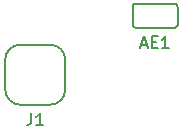
<source format=gbr>
G04 #@! TF.GenerationSoftware,KiCad,Pcbnew,(5.0.2)-1*
G04 #@! TF.CreationDate,2019-05-10T15:51:17-04:00*
G04 #@! TF.ProjectId,antenna,616e7465-6e6e-4612-9e6b-696361645f70,rev?*
G04 #@! TF.SameCoordinates,Original*
G04 #@! TF.FileFunction,Legend,Top*
G04 #@! TF.FilePolarity,Positive*
%FSLAX46Y46*%
G04 Gerber Fmt 4.6, Leading zero omitted, Abs format (unit mm)*
G04 Created by KiCad (PCBNEW (5.0.2)-1) date 5/10/2019 3:51:17 PM*
%MOMM*%
%LPD*%
G01*
G04 APERTURE LIST*
%ADD10C,0.150000*%
G04 APERTURE END LIST*
D10*
G04 #@! TO.C,AE1*
X129589000Y-96484000D02*
X132891000Y-96484000D01*
X133145000Y-96738000D02*
X133145000Y-98262000D01*
X132891000Y-98516000D02*
X129589000Y-98516000D01*
X129335000Y-98262000D02*
X129335000Y-96738000D01*
X129335000Y-96738000D02*
G75*
G02X129589000Y-96484000I254000J0D01*
G01*
X132891000Y-96484000D02*
G75*
G02X133145000Y-96738000I0J-254000D01*
G01*
X133145000Y-98262000D02*
G75*
G02X132891000Y-98516000I-254000J0D01*
G01*
X129589000Y-98516000D02*
G75*
G02X129335000Y-98262000I0J254000D01*
G01*
G04 #@! TO.C,J1*
X119830000Y-99960000D02*
X122370000Y-99960000D01*
X123640000Y-101230000D02*
X123640000Y-103770000D01*
X122370000Y-105040000D02*
X119830000Y-105040000D01*
X118560000Y-103770000D02*
X118560000Y-101230000D01*
X118560000Y-101230000D02*
G75*
G02X119830000Y-99960000I1270000J0D01*
G01*
X122370000Y-99960000D02*
G75*
G02X123640000Y-101230000I0J-1270000D01*
G01*
X123640000Y-103770000D02*
G75*
G02X122370000Y-105040000I-1270000J0D01*
G01*
X119830000Y-105040000D02*
G75*
G02X118560000Y-103770000I0J1270000D01*
G01*
G04 #@! TO.C,AE1*
X130073333Y-99952666D02*
X130549523Y-99952666D01*
X129978095Y-100238380D02*
X130311428Y-99238380D01*
X130644761Y-100238380D01*
X130978095Y-99714571D02*
X131311428Y-99714571D01*
X131454285Y-100238380D02*
X130978095Y-100238380D01*
X130978095Y-99238380D01*
X131454285Y-99238380D01*
X132406666Y-100238380D02*
X131835238Y-100238380D01*
X132120952Y-100238380D02*
X132120952Y-99238380D01*
X132025714Y-99381238D01*
X131930476Y-99476476D01*
X131835238Y-99524095D01*
G04 #@! TO.C,J1*
X120766666Y-105762380D02*
X120766666Y-106476666D01*
X120719047Y-106619523D01*
X120623809Y-106714761D01*
X120480952Y-106762380D01*
X120385714Y-106762380D01*
X121766666Y-106762380D02*
X121195238Y-106762380D01*
X121480952Y-106762380D02*
X121480952Y-105762380D01*
X121385714Y-105905238D01*
X121290476Y-106000476D01*
X121195238Y-106048095D01*
G04 #@! TD*
M02*

</source>
